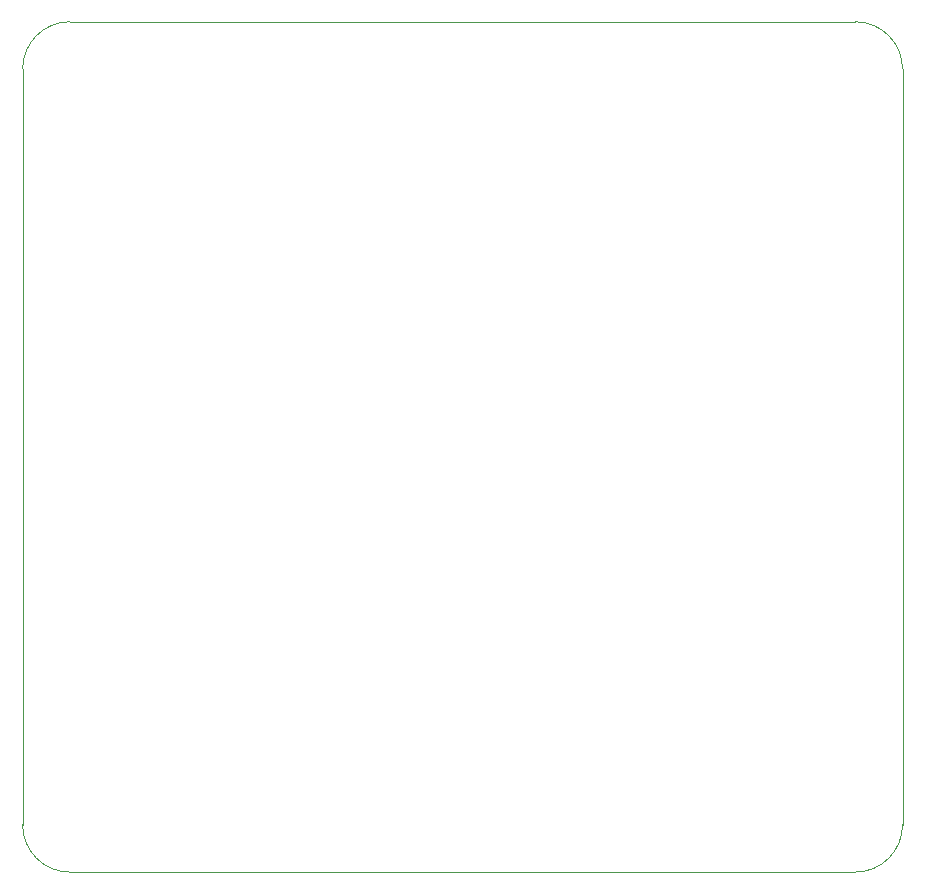
<source format=gm1>
%TF.GenerationSoftware,KiCad,Pcbnew,5.1.9-73d0e3b20d~88~ubuntu20.10.1*%
%TF.CreationDate,2021-04-11T15:17:01-07:00*%
%TF.ProjectId,macropad-v2_0_0,6d616372-6f70-4616-942d-76325f305f30,rev?*%
%TF.SameCoordinates,Original*%
%TF.FileFunction,Profile,NP*%
%FSLAX46Y46*%
G04 Gerber Fmt 4.6, Leading zero omitted, Abs format (unit mm)*
G04 Created by KiCad (PCBNEW 5.1.9-73d0e3b20d~88~ubuntu20.10.1) date 2021-04-11 15:17:01*
%MOMM*%
%LPD*%
G01*
G04 APERTURE LIST*
%TA.AperFunction,Profile*%
%ADD10C,0.100000*%
%TD*%
G04 APERTURE END LIST*
D10*
X104000000Y-100000000D02*
G75*
G03*
X100000000Y-104000000I0J-4000000D01*
G01*
X170500000Y-172000000D02*
G75*
G03*
X174500000Y-168000000I0J4000000D01*
G01*
X174500000Y-104000000D02*
G75*
G03*
X170500000Y-100000000I-4000000J0D01*
G01*
X104000000Y-172000000D02*
G75*
G02*
X100000000Y-168000000I0J4000000D01*
G01*
X174500000Y-104000000D02*
X174500000Y-168000000D01*
X104000000Y-100000000D02*
X170500000Y-100000000D01*
X100000000Y-104000000D02*
X100000000Y-168000000D01*
X104000000Y-172000000D02*
X170500000Y-172000000D01*
M02*

</source>
